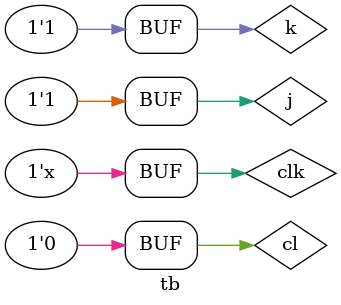
<source format=v>
`timescale 1ns / 1ps


module tb;

	// Inputs
	reg j;
	reg k;
	reg clk;
	reg cl;

	// Outputs
	wire q;
	wire qb;

	// Instantiate the Unit Under Test (UUT)
	jkffgl uut (
		.j(j), 
		.k(k), 
		.clk(clk), 
		.cl(cl), 
		.q(q), 
		.qb(qb)
	); 
	
	always  

	#5 clk = ~clk;

	initial begin
		// Initialize Inputs
		j = 0;
		k = 0;
		clk = 0;
		cl = 0;
 
		// Wait 100 ns for global reset to finish
		#100;
        
		// Add stimulus here 
		
		#5 {j,k} = 2'b01; 
		#5 {j,k} = 2'b10; 
		#5 {j,k} = 2'b00; 
		#5 {j,k} = 2'b11;

	end
      
endmodule


</source>
